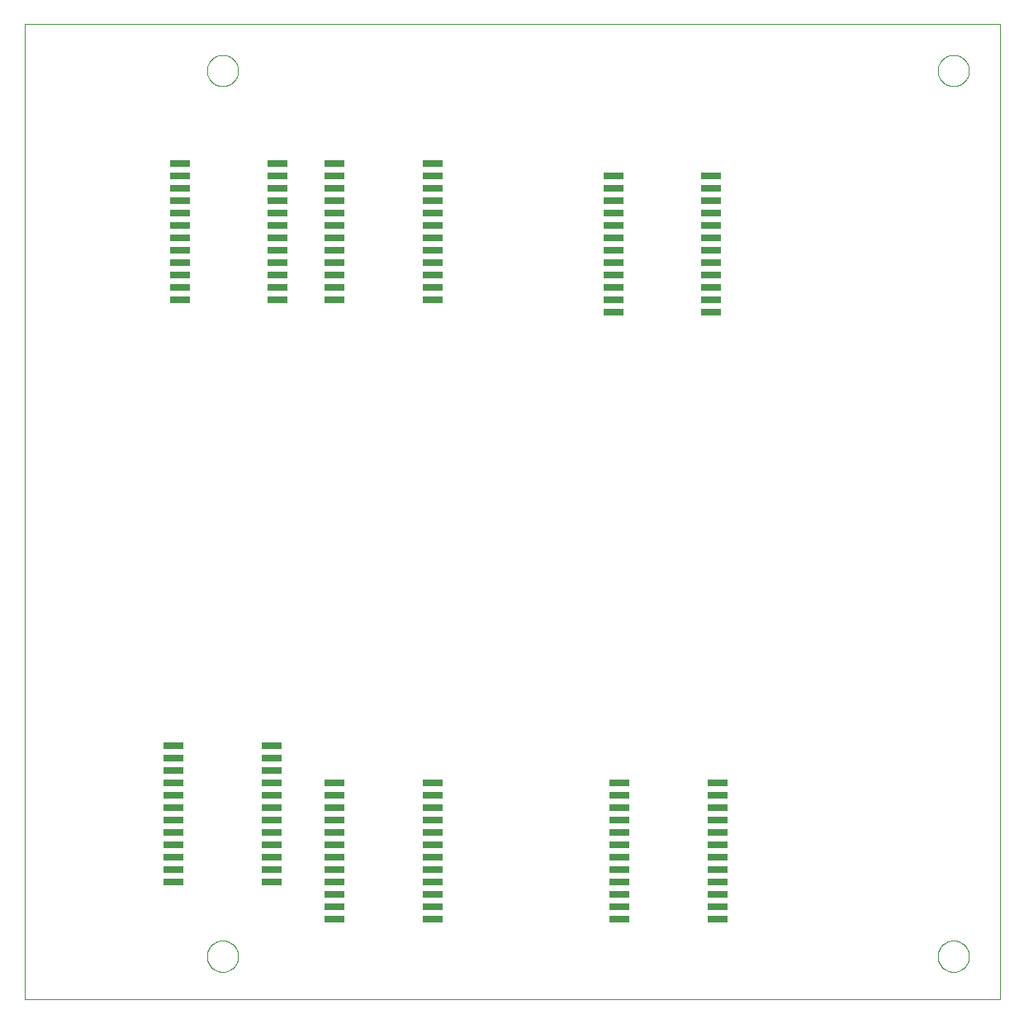
<source format=gtp>
G75*
%MOIN*%
%OFA0B0*%
%FSLAX25Y25*%
%IPPOS*%
%LPD*%
%AMOC8*
5,1,8,0,0,1.08239X$1,22.5*
%
%ADD10C,0.00000*%
%ADD11R,0.08000X0.02600*%
D10*
X0001500Y0001500D02*
X0001500Y0395201D01*
X0395201Y0395201D01*
X0395201Y0001500D01*
X0001500Y0001500D01*
X0075201Y0019000D02*
X0075203Y0019158D01*
X0075209Y0019316D01*
X0075219Y0019474D01*
X0075233Y0019632D01*
X0075251Y0019789D01*
X0075272Y0019946D01*
X0075298Y0020102D01*
X0075328Y0020258D01*
X0075361Y0020413D01*
X0075399Y0020566D01*
X0075440Y0020719D01*
X0075485Y0020871D01*
X0075534Y0021022D01*
X0075587Y0021171D01*
X0075643Y0021319D01*
X0075703Y0021465D01*
X0075767Y0021610D01*
X0075835Y0021753D01*
X0075906Y0021895D01*
X0075980Y0022035D01*
X0076058Y0022172D01*
X0076140Y0022308D01*
X0076224Y0022442D01*
X0076313Y0022573D01*
X0076404Y0022702D01*
X0076499Y0022829D01*
X0076596Y0022954D01*
X0076697Y0023076D01*
X0076801Y0023195D01*
X0076908Y0023312D01*
X0077018Y0023426D01*
X0077131Y0023537D01*
X0077246Y0023646D01*
X0077364Y0023751D01*
X0077485Y0023853D01*
X0077608Y0023953D01*
X0077734Y0024049D01*
X0077862Y0024142D01*
X0077992Y0024232D01*
X0078125Y0024318D01*
X0078260Y0024402D01*
X0078396Y0024481D01*
X0078535Y0024558D01*
X0078676Y0024630D01*
X0078818Y0024700D01*
X0078962Y0024765D01*
X0079108Y0024827D01*
X0079255Y0024885D01*
X0079404Y0024940D01*
X0079554Y0024991D01*
X0079705Y0025038D01*
X0079857Y0025081D01*
X0080010Y0025120D01*
X0080165Y0025156D01*
X0080320Y0025187D01*
X0080476Y0025215D01*
X0080632Y0025239D01*
X0080789Y0025259D01*
X0080947Y0025275D01*
X0081104Y0025287D01*
X0081263Y0025295D01*
X0081421Y0025299D01*
X0081579Y0025299D01*
X0081737Y0025295D01*
X0081896Y0025287D01*
X0082053Y0025275D01*
X0082211Y0025259D01*
X0082368Y0025239D01*
X0082524Y0025215D01*
X0082680Y0025187D01*
X0082835Y0025156D01*
X0082990Y0025120D01*
X0083143Y0025081D01*
X0083295Y0025038D01*
X0083446Y0024991D01*
X0083596Y0024940D01*
X0083745Y0024885D01*
X0083892Y0024827D01*
X0084038Y0024765D01*
X0084182Y0024700D01*
X0084324Y0024630D01*
X0084465Y0024558D01*
X0084604Y0024481D01*
X0084740Y0024402D01*
X0084875Y0024318D01*
X0085008Y0024232D01*
X0085138Y0024142D01*
X0085266Y0024049D01*
X0085392Y0023953D01*
X0085515Y0023853D01*
X0085636Y0023751D01*
X0085754Y0023646D01*
X0085869Y0023537D01*
X0085982Y0023426D01*
X0086092Y0023312D01*
X0086199Y0023195D01*
X0086303Y0023076D01*
X0086404Y0022954D01*
X0086501Y0022829D01*
X0086596Y0022702D01*
X0086687Y0022573D01*
X0086776Y0022442D01*
X0086860Y0022308D01*
X0086942Y0022172D01*
X0087020Y0022035D01*
X0087094Y0021895D01*
X0087165Y0021753D01*
X0087233Y0021610D01*
X0087297Y0021465D01*
X0087357Y0021319D01*
X0087413Y0021171D01*
X0087466Y0021022D01*
X0087515Y0020871D01*
X0087560Y0020719D01*
X0087601Y0020566D01*
X0087639Y0020413D01*
X0087672Y0020258D01*
X0087702Y0020102D01*
X0087728Y0019946D01*
X0087749Y0019789D01*
X0087767Y0019632D01*
X0087781Y0019474D01*
X0087791Y0019316D01*
X0087797Y0019158D01*
X0087799Y0019000D01*
X0087797Y0018842D01*
X0087791Y0018684D01*
X0087781Y0018526D01*
X0087767Y0018368D01*
X0087749Y0018211D01*
X0087728Y0018054D01*
X0087702Y0017898D01*
X0087672Y0017742D01*
X0087639Y0017587D01*
X0087601Y0017434D01*
X0087560Y0017281D01*
X0087515Y0017129D01*
X0087466Y0016978D01*
X0087413Y0016829D01*
X0087357Y0016681D01*
X0087297Y0016535D01*
X0087233Y0016390D01*
X0087165Y0016247D01*
X0087094Y0016105D01*
X0087020Y0015965D01*
X0086942Y0015828D01*
X0086860Y0015692D01*
X0086776Y0015558D01*
X0086687Y0015427D01*
X0086596Y0015298D01*
X0086501Y0015171D01*
X0086404Y0015046D01*
X0086303Y0014924D01*
X0086199Y0014805D01*
X0086092Y0014688D01*
X0085982Y0014574D01*
X0085869Y0014463D01*
X0085754Y0014354D01*
X0085636Y0014249D01*
X0085515Y0014147D01*
X0085392Y0014047D01*
X0085266Y0013951D01*
X0085138Y0013858D01*
X0085008Y0013768D01*
X0084875Y0013682D01*
X0084740Y0013598D01*
X0084604Y0013519D01*
X0084465Y0013442D01*
X0084324Y0013370D01*
X0084182Y0013300D01*
X0084038Y0013235D01*
X0083892Y0013173D01*
X0083745Y0013115D01*
X0083596Y0013060D01*
X0083446Y0013009D01*
X0083295Y0012962D01*
X0083143Y0012919D01*
X0082990Y0012880D01*
X0082835Y0012844D01*
X0082680Y0012813D01*
X0082524Y0012785D01*
X0082368Y0012761D01*
X0082211Y0012741D01*
X0082053Y0012725D01*
X0081896Y0012713D01*
X0081737Y0012705D01*
X0081579Y0012701D01*
X0081421Y0012701D01*
X0081263Y0012705D01*
X0081104Y0012713D01*
X0080947Y0012725D01*
X0080789Y0012741D01*
X0080632Y0012761D01*
X0080476Y0012785D01*
X0080320Y0012813D01*
X0080165Y0012844D01*
X0080010Y0012880D01*
X0079857Y0012919D01*
X0079705Y0012962D01*
X0079554Y0013009D01*
X0079404Y0013060D01*
X0079255Y0013115D01*
X0079108Y0013173D01*
X0078962Y0013235D01*
X0078818Y0013300D01*
X0078676Y0013370D01*
X0078535Y0013442D01*
X0078396Y0013519D01*
X0078260Y0013598D01*
X0078125Y0013682D01*
X0077992Y0013768D01*
X0077862Y0013858D01*
X0077734Y0013951D01*
X0077608Y0014047D01*
X0077485Y0014147D01*
X0077364Y0014249D01*
X0077246Y0014354D01*
X0077131Y0014463D01*
X0077018Y0014574D01*
X0076908Y0014688D01*
X0076801Y0014805D01*
X0076697Y0014924D01*
X0076596Y0015046D01*
X0076499Y0015171D01*
X0076404Y0015298D01*
X0076313Y0015427D01*
X0076224Y0015558D01*
X0076140Y0015692D01*
X0076058Y0015828D01*
X0075980Y0015965D01*
X0075906Y0016105D01*
X0075835Y0016247D01*
X0075767Y0016390D01*
X0075703Y0016535D01*
X0075643Y0016681D01*
X0075587Y0016829D01*
X0075534Y0016978D01*
X0075485Y0017129D01*
X0075440Y0017281D01*
X0075399Y0017434D01*
X0075361Y0017587D01*
X0075328Y0017742D01*
X0075298Y0017898D01*
X0075272Y0018054D01*
X0075251Y0018211D01*
X0075233Y0018368D01*
X0075219Y0018526D01*
X0075209Y0018684D01*
X0075203Y0018842D01*
X0075201Y0019000D01*
X0370201Y0019000D02*
X0370203Y0019158D01*
X0370209Y0019316D01*
X0370219Y0019474D01*
X0370233Y0019632D01*
X0370251Y0019789D01*
X0370272Y0019946D01*
X0370298Y0020102D01*
X0370328Y0020258D01*
X0370361Y0020413D01*
X0370399Y0020566D01*
X0370440Y0020719D01*
X0370485Y0020871D01*
X0370534Y0021022D01*
X0370587Y0021171D01*
X0370643Y0021319D01*
X0370703Y0021465D01*
X0370767Y0021610D01*
X0370835Y0021753D01*
X0370906Y0021895D01*
X0370980Y0022035D01*
X0371058Y0022172D01*
X0371140Y0022308D01*
X0371224Y0022442D01*
X0371313Y0022573D01*
X0371404Y0022702D01*
X0371499Y0022829D01*
X0371596Y0022954D01*
X0371697Y0023076D01*
X0371801Y0023195D01*
X0371908Y0023312D01*
X0372018Y0023426D01*
X0372131Y0023537D01*
X0372246Y0023646D01*
X0372364Y0023751D01*
X0372485Y0023853D01*
X0372608Y0023953D01*
X0372734Y0024049D01*
X0372862Y0024142D01*
X0372992Y0024232D01*
X0373125Y0024318D01*
X0373260Y0024402D01*
X0373396Y0024481D01*
X0373535Y0024558D01*
X0373676Y0024630D01*
X0373818Y0024700D01*
X0373962Y0024765D01*
X0374108Y0024827D01*
X0374255Y0024885D01*
X0374404Y0024940D01*
X0374554Y0024991D01*
X0374705Y0025038D01*
X0374857Y0025081D01*
X0375010Y0025120D01*
X0375165Y0025156D01*
X0375320Y0025187D01*
X0375476Y0025215D01*
X0375632Y0025239D01*
X0375789Y0025259D01*
X0375947Y0025275D01*
X0376104Y0025287D01*
X0376263Y0025295D01*
X0376421Y0025299D01*
X0376579Y0025299D01*
X0376737Y0025295D01*
X0376896Y0025287D01*
X0377053Y0025275D01*
X0377211Y0025259D01*
X0377368Y0025239D01*
X0377524Y0025215D01*
X0377680Y0025187D01*
X0377835Y0025156D01*
X0377990Y0025120D01*
X0378143Y0025081D01*
X0378295Y0025038D01*
X0378446Y0024991D01*
X0378596Y0024940D01*
X0378745Y0024885D01*
X0378892Y0024827D01*
X0379038Y0024765D01*
X0379182Y0024700D01*
X0379324Y0024630D01*
X0379465Y0024558D01*
X0379604Y0024481D01*
X0379740Y0024402D01*
X0379875Y0024318D01*
X0380008Y0024232D01*
X0380138Y0024142D01*
X0380266Y0024049D01*
X0380392Y0023953D01*
X0380515Y0023853D01*
X0380636Y0023751D01*
X0380754Y0023646D01*
X0380869Y0023537D01*
X0380982Y0023426D01*
X0381092Y0023312D01*
X0381199Y0023195D01*
X0381303Y0023076D01*
X0381404Y0022954D01*
X0381501Y0022829D01*
X0381596Y0022702D01*
X0381687Y0022573D01*
X0381776Y0022442D01*
X0381860Y0022308D01*
X0381942Y0022172D01*
X0382020Y0022035D01*
X0382094Y0021895D01*
X0382165Y0021753D01*
X0382233Y0021610D01*
X0382297Y0021465D01*
X0382357Y0021319D01*
X0382413Y0021171D01*
X0382466Y0021022D01*
X0382515Y0020871D01*
X0382560Y0020719D01*
X0382601Y0020566D01*
X0382639Y0020413D01*
X0382672Y0020258D01*
X0382702Y0020102D01*
X0382728Y0019946D01*
X0382749Y0019789D01*
X0382767Y0019632D01*
X0382781Y0019474D01*
X0382791Y0019316D01*
X0382797Y0019158D01*
X0382799Y0019000D01*
X0382797Y0018842D01*
X0382791Y0018684D01*
X0382781Y0018526D01*
X0382767Y0018368D01*
X0382749Y0018211D01*
X0382728Y0018054D01*
X0382702Y0017898D01*
X0382672Y0017742D01*
X0382639Y0017587D01*
X0382601Y0017434D01*
X0382560Y0017281D01*
X0382515Y0017129D01*
X0382466Y0016978D01*
X0382413Y0016829D01*
X0382357Y0016681D01*
X0382297Y0016535D01*
X0382233Y0016390D01*
X0382165Y0016247D01*
X0382094Y0016105D01*
X0382020Y0015965D01*
X0381942Y0015828D01*
X0381860Y0015692D01*
X0381776Y0015558D01*
X0381687Y0015427D01*
X0381596Y0015298D01*
X0381501Y0015171D01*
X0381404Y0015046D01*
X0381303Y0014924D01*
X0381199Y0014805D01*
X0381092Y0014688D01*
X0380982Y0014574D01*
X0380869Y0014463D01*
X0380754Y0014354D01*
X0380636Y0014249D01*
X0380515Y0014147D01*
X0380392Y0014047D01*
X0380266Y0013951D01*
X0380138Y0013858D01*
X0380008Y0013768D01*
X0379875Y0013682D01*
X0379740Y0013598D01*
X0379604Y0013519D01*
X0379465Y0013442D01*
X0379324Y0013370D01*
X0379182Y0013300D01*
X0379038Y0013235D01*
X0378892Y0013173D01*
X0378745Y0013115D01*
X0378596Y0013060D01*
X0378446Y0013009D01*
X0378295Y0012962D01*
X0378143Y0012919D01*
X0377990Y0012880D01*
X0377835Y0012844D01*
X0377680Y0012813D01*
X0377524Y0012785D01*
X0377368Y0012761D01*
X0377211Y0012741D01*
X0377053Y0012725D01*
X0376896Y0012713D01*
X0376737Y0012705D01*
X0376579Y0012701D01*
X0376421Y0012701D01*
X0376263Y0012705D01*
X0376104Y0012713D01*
X0375947Y0012725D01*
X0375789Y0012741D01*
X0375632Y0012761D01*
X0375476Y0012785D01*
X0375320Y0012813D01*
X0375165Y0012844D01*
X0375010Y0012880D01*
X0374857Y0012919D01*
X0374705Y0012962D01*
X0374554Y0013009D01*
X0374404Y0013060D01*
X0374255Y0013115D01*
X0374108Y0013173D01*
X0373962Y0013235D01*
X0373818Y0013300D01*
X0373676Y0013370D01*
X0373535Y0013442D01*
X0373396Y0013519D01*
X0373260Y0013598D01*
X0373125Y0013682D01*
X0372992Y0013768D01*
X0372862Y0013858D01*
X0372734Y0013951D01*
X0372608Y0014047D01*
X0372485Y0014147D01*
X0372364Y0014249D01*
X0372246Y0014354D01*
X0372131Y0014463D01*
X0372018Y0014574D01*
X0371908Y0014688D01*
X0371801Y0014805D01*
X0371697Y0014924D01*
X0371596Y0015046D01*
X0371499Y0015171D01*
X0371404Y0015298D01*
X0371313Y0015427D01*
X0371224Y0015558D01*
X0371140Y0015692D01*
X0371058Y0015828D01*
X0370980Y0015965D01*
X0370906Y0016105D01*
X0370835Y0016247D01*
X0370767Y0016390D01*
X0370703Y0016535D01*
X0370643Y0016681D01*
X0370587Y0016829D01*
X0370534Y0016978D01*
X0370485Y0017129D01*
X0370440Y0017281D01*
X0370399Y0017434D01*
X0370361Y0017587D01*
X0370328Y0017742D01*
X0370298Y0017898D01*
X0370272Y0018054D01*
X0370251Y0018211D01*
X0370233Y0018368D01*
X0370219Y0018526D01*
X0370209Y0018684D01*
X0370203Y0018842D01*
X0370201Y0019000D01*
X0370201Y0376500D02*
X0370203Y0376658D01*
X0370209Y0376816D01*
X0370219Y0376974D01*
X0370233Y0377132D01*
X0370251Y0377289D01*
X0370272Y0377446D01*
X0370298Y0377602D01*
X0370328Y0377758D01*
X0370361Y0377913D01*
X0370399Y0378066D01*
X0370440Y0378219D01*
X0370485Y0378371D01*
X0370534Y0378522D01*
X0370587Y0378671D01*
X0370643Y0378819D01*
X0370703Y0378965D01*
X0370767Y0379110D01*
X0370835Y0379253D01*
X0370906Y0379395D01*
X0370980Y0379535D01*
X0371058Y0379672D01*
X0371140Y0379808D01*
X0371224Y0379942D01*
X0371313Y0380073D01*
X0371404Y0380202D01*
X0371499Y0380329D01*
X0371596Y0380454D01*
X0371697Y0380576D01*
X0371801Y0380695D01*
X0371908Y0380812D01*
X0372018Y0380926D01*
X0372131Y0381037D01*
X0372246Y0381146D01*
X0372364Y0381251D01*
X0372485Y0381353D01*
X0372608Y0381453D01*
X0372734Y0381549D01*
X0372862Y0381642D01*
X0372992Y0381732D01*
X0373125Y0381818D01*
X0373260Y0381902D01*
X0373396Y0381981D01*
X0373535Y0382058D01*
X0373676Y0382130D01*
X0373818Y0382200D01*
X0373962Y0382265D01*
X0374108Y0382327D01*
X0374255Y0382385D01*
X0374404Y0382440D01*
X0374554Y0382491D01*
X0374705Y0382538D01*
X0374857Y0382581D01*
X0375010Y0382620D01*
X0375165Y0382656D01*
X0375320Y0382687D01*
X0375476Y0382715D01*
X0375632Y0382739D01*
X0375789Y0382759D01*
X0375947Y0382775D01*
X0376104Y0382787D01*
X0376263Y0382795D01*
X0376421Y0382799D01*
X0376579Y0382799D01*
X0376737Y0382795D01*
X0376896Y0382787D01*
X0377053Y0382775D01*
X0377211Y0382759D01*
X0377368Y0382739D01*
X0377524Y0382715D01*
X0377680Y0382687D01*
X0377835Y0382656D01*
X0377990Y0382620D01*
X0378143Y0382581D01*
X0378295Y0382538D01*
X0378446Y0382491D01*
X0378596Y0382440D01*
X0378745Y0382385D01*
X0378892Y0382327D01*
X0379038Y0382265D01*
X0379182Y0382200D01*
X0379324Y0382130D01*
X0379465Y0382058D01*
X0379604Y0381981D01*
X0379740Y0381902D01*
X0379875Y0381818D01*
X0380008Y0381732D01*
X0380138Y0381642D01*
X0380266Y0381549D01*
X0380392Y0381453D01*
X0380515Y0381353D01*
X0380636Y0381251D01*
X0380754Y0381146D01*
X0380869Y0381037D01*
X0380982Y0380926D01*
X0381092Y0380812D01*
X0381199Y0380695D01*
X0381303Y0380576D01*
X0381404Y0380454D01*
X0381501Y0380329D01*
X0381596Y0380202D01*
X0381687Y0380073D01*
X0381776Y0379942D01*
X0381860Y0379808D01*
X0381942Y0379672D01*
X0382020Y0379535D01*
X0382094Y0379395D01*
X0382165Y0379253D01*
X0382233Y0379110D01*
X0382297Y0378965D01*
X0382357Y0378819D01*
X0382413Y0378671D01*
X0382466Y0378522D01*
X0382515Y0378371D01*
X0382560Y0378219D01*
X0382601Y0378066D01*
X0382639Y0377913D01*
X0382672Y0377758D01*
X0382702Y0377602D01*
X0382728Y0377446D01*
X0382749Y0377289D01*
X0382767Y0377132D01*
X0382781Y0376974D01*
X0382791Y0376816D01*
X0382797Y0376658D01*
X0382799Y0376500D01*
X0382797Y0376342D01*
X0382791Y0376184D01*
X0382781Y0376026D01*
X0382767Y0375868D01*
X0382749Y0375711D01*
X0382728Y0375554D01*
X0382702Y0375398D01*
X0382672Y0375242D01*
X0382639Y0375087D01*
X0382601Y0374934D01*
X0382560Y0374781D01*
X0382515Y0374629D01*
X0382466Y0374478D01*
X0382413Y0374329D01*
X0382357Y0374181D01*
X0382297Y0374035D01*
X0382233Y0373890D01*
X0382165Y0373747D01*
X0382094Y0373605D01*
X0382020Y0373465D01*
X0381942Y0373328D01*
X0381860Y0373192D01*
X0381776Y0373058D01*
X0381687Y0372927D01*
X0381596Y0372798D01*
X0381501Y0372671D01*
X0381404Y0372546D01*
X0381303Y0372424D01*
X0381199Y0372305D01*
X0381092Y0372188D01*
X0380982Y0372074D01*
X0380869Y0371963D01*
X0380754Y0371854D01*
X0380636Y0371749D01*
X0380515Y0371647D01*
X0380392Y0371547D01*
X0380266Y0371451D01*
X0380138Y0371358D01*
X0380008Y0371268D01*
X0379875Y0371182D01*
X0379740Y0371098D01*
X0379604Y0371019D01*
X0379465Y0370942D01*
X0379324Y0370870D01*
X0379182Y0370800D01*
X0379038Y0370735D01*
X0378892Y0370673D01*
X0378745Y0370615D01*
X0378596Y0370560D01*
X0378446Y0370509D01*
X0378295Y0370462D01*
X0378143Y0370419D01*
X0377990Y0370380D01*
X0377835Y0370344D01*
X0377680Y0370313D01*
X0377524Y0370285D01*
X0377368Y0370261D01*
X0377211Y0370241D01*
X0377053Y0370225D01*
X0376896Y0370213D01*
X0376737Y0370205D01*
X0376579Y0370201D01*
X0376421Y0370201D01*
X0376263Y0370205D01*
X0376104Y0370213D01*
X0375947Y0370225D01*
X0375789Y0370241D01*
X0375632Y0370261D01*
X0375476Y0370285D01*
X0375320Y0370313D01*
X0375165Y0370344D01*
X0375010Y0370380D01*
X0374857Y0370419D01*
X0374705Y0370462D01*
X0374554Y0370509D01*
X0374404Y0370560D01*
X0374255Y0370615D01*
X0374108Y0370673D01*
X0373962Y0370735D01*
X0373818Y0370800D01*
X0373676Y0370870D01*
X0373535Y0370942D01*
X0373396Y0371019D01*
X0373260Y0371098D01*
X0373125Y0371182D01*
X0372992Y0371268D01*
X0372862Y0371358D01*
X0372734Y0371451D01*
X0372608Y0371547D01*
X0372485Y0371647D01*
X0372364Y0371749D01*
X0372246Y0371854D01*
X0372131Y0371963D01*
X0372018Y0372074D01*
X0371908Y0372188D01*
X0371801Y0372305D01*
X0371697Y0372424D01*
X0371596Y0372546D01*
X0371499Y0372671D01*
X0371404Y0372798D01*
X0371313Y0372927D01*
X0371224Y0373058D01*
X0371140Y0373192D01*
X0371058Y0373328D01*
X0370980Y0373465D01*
X0370906Y0373605D01*
X0370835Y0373747D01*
X0370767Y0373890D01*
X0370703Y0374035D01*
X0370643Y0374181D01*
X0370587Y0374329D01*
X0370534Y0374478D01*
X0370485Y0374629D01*
X0370440Y0374781D01*
X0370399Y0374934D01*
X0370361Y0375087D01*
X0370328Y0375242D01*
X0370298Y0375398D01*
X0370272Y0375554D01*
X0370251Y0375711D01*
X0370233Y0375868D01*
X0370219Y0376026D01*
X0370209Y0376184D01*
X0370203Y0376342D01*
X0370201Y0376500D01*
X0075201Y0376500D02*
X0075203Y0376658D01*
X0075209Y0376816D01*
X0075219Y0376974D01*
X0075233Y0377132D01*
X0075251Y0377289D01*
X0075272Y0377446D01*
X0075298Y0377602D01*
X0075328Y0377758D01*
X0075361Y0377913D01*
X0075399Y0378066D01*
X0075440Y0378219D01*
X0075485Y0378371D01*
X0075534Y0378522D01*
X0075587Y0378671D01*
X0075643Y0378819D01*
X0075703Y0378965D01*
X0075767Y0379110D01*
X0075835Y0379253D01*
X0075906Y0379395D01*
X0075980Y0379535D01*
X0076058Y0379672D01*
X0076140Y0379808D01*
X0076224Y0379942D01*
X0076313Y0380073D01*
X0076404Y0380202D01*
X0076499Y0380329D01*
X0076596Y0380454D01*
X0076697Y0380576D01*
X0076801Y0380695D01*
X0076908Y0380812D01*
X0077018Y0380926D01*
X0077131Y0381037D01*
X0077246Y0381146D01*
X0077364Y0381251D01*
X0077485Y0381353D01*
X0077608Y0381453D01*
X0077734Y0381549D01*
X0077862Y0381642D01*
X0077992Y0381732D01*
X0078125Y0381818D01*
X0078260Y0381902D01*
X0078396Y0381981D01*
X0078535Y0382058D01*
X0078676Y0382130D01*
X0078818Y0382200D01*
X0078962Y0382265D01*
X0079108Y0382327D01*
X0079255Y0382385D01*
X0079404Y0382440D01*
X0079554Y0382491D01*
X0079705Y0382538D01*
X0079857Y0382581D01*
X0080010Y0382620D01*
X0080165Y0382656D01*
X0080320Y0382687D01*
X0080476Y0382715D01*
X0080632Y0382739D01*
X0080789Y0382759D01*
X0080947Y0382775D01*
X0081104Y0382787D01*
X0081263Y0382795D01*
X0081421Y0382799D01*
X0081579Y0382799D01*
X0081737Y0382795D01*
X0081896Y0382787D01*
X0082053Y0382775D01*
X0082211Y0382759D01*
X0082368Y0382739D01*
X0082524Y0382715D01*
X0082680Y0382687D01*
X0082835Y0382656D01*
X0082990Y0382620D01*
X0083143Y0382581D01*
X0083295Y0382538D01*
X0083446Y0382491D01*
X0083596Y0382440D01*
X0083745Y0382385D01*
X0083892Y0382327D01*
X0084038Y0382265D01*
X0084182Y0382200D01*
X0084324Y0382130D01*
X0084465Y0382058D01*
X0084604Y0381981D01*
X0084740Y0381902D01*
X0084875Y0381818D01*
X0085008Y0381732D01*
X0085138Y0381642D01*
X0085266Y0381549D01*
X0085392Y0381453D01*
X0085515Y0381353D01*
X0085636Y0381251D01*
X0085754Y0381146D01*
X0085869Y0381037D01*
X0085982Y0380926D01*
X0086092Y0380812D01*
X0086199Y0380695D01*
X0086303Y0380576D01*
X0086404Y0380454D01*
X0086501Y0380329D01*
X0086596Y0380202D01*
X0086687Y0380073D01*
X0086776Y0379942D01*
X0086860Y0379808D01*
X0086942Y0379672D01*
X0087020Y0379535D01*
X0087094Y0379395D01*
X0087165Y0379253D01*
X0087233Y0379110D01*
X0087297Y0378965D01*
X0087357Y0378819D01*
X0087413Y0378671D01*
X0087466Y0378522D01*
X0087515Y0378371D01*
X0087560Y0378219D01*
X0087601Y0378066D01*
X0087639Y0377913D01*
X0087672Y0377758D01*
X0087702Y0377602D01*
X0087728Y0377446D01*
X0087749Y0377289D01*
X0087767Y0377132D01*
X0087781Y0376974D01*
X0087791Y0376816D01*
X0087797Y0376658D01*
X0087799Y0376500D01*
X0087797Y0376342D01*
X0087791Y0376184D01*
X0087781Y0376026D01*
X0087767Y0375868D01*
X0087749Y0375711D01*
X0087728Y0375554D01*
X0087702Y0375398D01*
X0087672Y0375242D01*
X0087639Y0375087D01*
X0087601Y0374934D01*
X0087560Y0374781D01*
X0087515Y0374629D01*
X0087466Y0374478D01*
X0087413Y0374329D01*
X0087357Y0374181D01*
X0087297Y0374035D01*
X0087233Y0373890D01*
X0087165Y0373747D01*
X0087094Y0373605D01*
X0087020Y0373465D01*
X0086942Y0373328D01*
X0086860Y0373192D01*
X0086776Y0373058D01*
X0086687Y0372927D01*
X0086596Y0372798D01*
X0086501Y0372671D01*
X0086404Y0372546D01*
X0086303Y0372424D01*
X0086199Y0372305D01*
X0086092Y0372188D01*
X0085982Y0372074D01*
X0085869Y0371963D01*
X0085754Y0371854D01*
X0085636Y0371749D01*
X0085515Y0371647D01*
X0085392Y0371547D01*
X0085266Y0371451D01*
X0085138Y0371358D01*
X0085008Y0371268D01*
X0084875Y0371182D01*
X0084740Y0371098D01*
X0084604Y0371019D01*
X0084465Y0370942D01*
X0084324Y0370870D01*
X0084182Y0370800D01*
X0084038Y0370735D01*
X0083892Y0370673D01*
X0083745Y0370615D01*
X0083596Y0370560D01*
X0083446Y0370509D01*
X0083295Y0370462D01*
X0083143Y0370419D01*
X0082990Y0370380D01*
X0082835Y0370344D01*
X0082680Y0370313D01*
X0082524Y0370285D01*
X0082368Y0370261D01*
X0082211Y0370241D01*
X0082053Y0370225D01*
X0081896Y0370213D01*
X0081737Y0370205D01*
X0081579Y0370201D01*
X0081421Y0370201D01*
X0081263Y0370205D01*
X0081104Y0370213D01*
X0080947Y0370225D01*
X0080789Y0370241D01*
X0080632Y0370261D01*
X0080476Y0370285D01*
X0080320Y0370313D01*
X0080165Y0370344D01*
X0080010Y0370380D01*
X0079857Y0370419D01*
X0079705Y0370462D01*
X0079554Y0370509D01*
X0079404Y0370560D01*
X0079255Y0370615D01*
X0079108Y0370673D01*
X0078962Y0370735D01*
X0078818Y0370800D01*
X0078676Y0370870D01*
X0078535Y0370942D01*
X0078396Y0371019D01*
X0078260Y0371098D01*
X0078125Y0371182D01*
X0077992Y0371268D01*
X0077862Y0371358D01*
X0077734Y0371451D01*
X0077608Y0371547D01*
X0077485Y0371647D01*
X0077364Y0371749D01*
X0077246Y0371854D01*
X0077131Y0371963D01*
X0077018Y0372074D01*
X0076908Y0372188D01*
X0076801Y0372305D01*
X0076697Y0372424D01*
X0076596Y0372546D01*
X0076499Y0372671D01*
X0076404Y0372798D01*
X0076313Y0372927D01*
X0076224Y0373058D01*
X0076140Y0373192D01*
X0076058Y0373328D01*
X0075980Y0373465D01*
X0075906Y0373605D01*
X0075835Y0373747D01*
X0075767Y0373890D01*
X0075703Y0374035D01*
X0075643Y0374181D01*
X0075587Y0374329D01*
X0075534Y0374478D01*
X0075485Y0374629D01*
X0075440Y0374781D01*
X0075399Y0374934D01*
X0075361Y0375087D01*
X0075328Y0375242D01*
X0075298Y0375398D01*
X0075272Y0375554D01*
X0075251Y0375711D01*
X0075233Y0375868D01*
X0075219Y0376026D01*
X0075209Y0376184D01*
X0075203Y0376342D01*
X0075201Y0376500D01*
D11*
X0064200Y0339000D03*
X0064200Y0334000D03*
X0064200Y0329000D03*
X0064200Y0324000D03*
X0064200Y0319000D03*
X0064200Y0314000D03*
X0064200Y0309000D03*
X0064200Y0304000D03*
X0064200Y0299000D03*
X0064200Y0294000D03*
X0064200Y0289000D03*
X0064200Y0284000D03*
X0103800Y0284000D03*
X0103800Y0289000D03*
X0103800Y0294000D03*
X0103800Y0299000D03*
X0103800Y0304000D03*
X0103800Y0309000D03*
X0103800Y0314000D03*
X0103800Y0319000D03*
X0103800Y0324000D03*
X0103800Y0329000D03*
X0103800Y0334000D03*
X0103800Y0339000D03*
X0126700Y0339000D03*
X0126700Y0334000D03*
X0126700Y0329000D03*
X0126700Y0324000D03*
X0126700Y0319000D03*
X0126700Y0314000D03*
X0126700Y0309000D03*
X0126700Y0304000D03*
X0126700Y0299000D03*
X0126700Y0294000D03*
X0126700Y0289000D03*
X0126700Y0284000D03*
X0166300Y0284000D03*
X0166300Y0289000D03*
X0166300Y0294000D03*
X0166300Y0299000D03*
X0166300Y0304000D03*
X0166300Y0309000D03*
X0166300Y0314000D03*
X0166300Y0319000D03*
X0166300Y0324000D03*
X0166300Y0329000D03*
X0166300Y0334000D03*
X0166300Y0339000D03*
X0239200Y0334000D03*
X0239200Y0329000D03*
X0239200Y0324000D03*
X0239200Y0319000D03*
X0239200Y0314000D03*
X0239200Y0309000D03*
X0239200Y0304000D03*
X0239200Y0299000D03*
X0239200Y0294000D03*
X0239200Y0289000D03*
X0239200Y0284000D03*
X0239200Y0279000D03*
X0278800Y0279000D03*
X0278800Y0284000D03*
X0278800Y0289000D03*
X0278800Y0294000D03*
X0278800Y0299000D03*
X0278800Y0304000D03*
X0278800Y0309000D03*
X0278800Y0314000D03*
X0278800Y0319000D03*
X0278800Y0324000D03*
X0278800Y0329000D03*
X0278800Y0334000D03*
X0101300Y0104000D03*
X0101300Y0099000D03*
X0101300Y0094000D03*
X0101300Y0089000D03*
X0101300Y0084000D03*
X0101300Y0079000D03*
X0101300Y0074000D03*
X0101300Y0069000D03*
X0101300Y0064000D03*
X0101300Y0059000D03*
X0101300Y0054000D03*
X0101300Y0049000D03*
X0126700Y0049000D03*
X0126700Y0044000D03*
X0126700Y0039000D03*
X0126700Y0034000D03*
X0126700Y0054000D03*
X0126700Y0059000D03*
X0126700Y0064000D03*
X0126700Y0069000D03*
X0126700Y0074000D03*
X0126700Y0079000D03*
X0126700Y0084000D03*
X0126700Y0089000D03*
X0166300Y0089000D03*
X0166300Y0084000D03*
X0166300Y0079000D03*
X0166300Y0074000D03*
X0166300Y0069000D03*
X0166300Y0064000D03*
X0166300Y0059000D03*
X0166300Y0054000D03*
X0166300Y0049000D03*
X0166300Y0044000D03*
X0166300Y0039000D03*
X0166300Y0034000D03*
X0241700Y0034000D03*
X0241700Y0039000D03*
X0241700Y0044000D03*
X0241700Y0049000D03*
X0241700Y0054000D03*
X0241700Y0059000D03*
X0241700Y0064000D03*
X0241700Y0069000D03*
X0241700Y0074000D03*
X0241700Y0079000D03*
X0241700Y0084000D03*
X0241700Y0089000D03*
X0281300Y0089000D03*
X0281300Y0084000D03*
X0281300Y0079000D03*
X0281300Y0074000D03*
X0281300Y0069000D03*
X0281300Y0064000D03*
X0281300Y0059000D03*
X0281300Y0054000D03*
X0281300Y0049000D03*
X0281300Y0044000D03*
X0281300Y0039000D03*
X0281300Y0034000D03*
X0061700Y0049000D03*
X0061700Y0054000D03*
X0061700Y0059000D03*
X0061700Y0064000D03*
X0061700Y0069000D03*
X0061700Y0074000D03*
X0061700Y0079000D03*
X0061700Y0084000D03*
X0061700Y0089000D03*
X0061700Y0094000D03*
X0061700Y0099000D03*
X0061700Y0104000D03*
M02*

</source>
